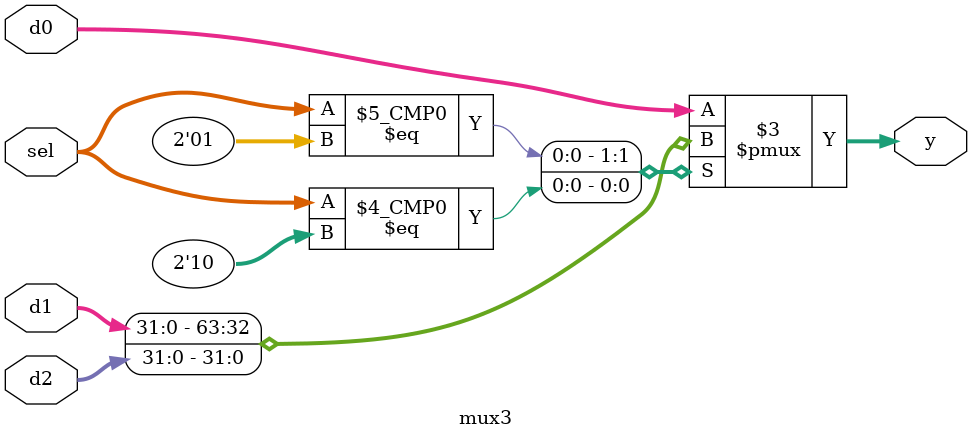
<source format=v>
`timescale 1ns / 1ps

module mux3 (
    input  [31:0] d0,    // Input 0
    input  [31:0] d1,    // Input 1
    input  [31:0] d2,    // Input 2
    input  [1:0]  sel,   
    output reg [31:0] y 
);

    always @(*) begin
        case (sel)
            2'b00: y = d0;
            2'b01: y = d1;
            2'b10: y = d2;
            default: y = d0; 
        endcase
    end

endmodule

</source>
